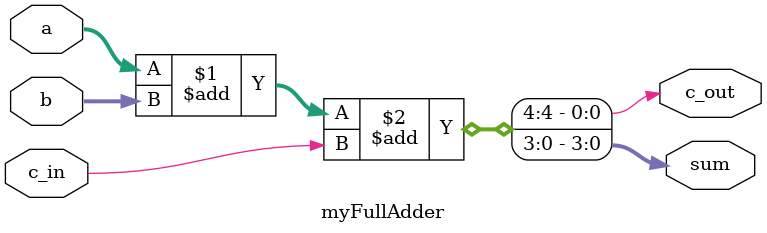
<source format=v>
`timescale 1ns / 1ps
module myFullAdder(  input [3:0] a,  
                  input [3:0] b,  
                  input c_in,  
                  output c_out,  
                  output [3:0] sum);  
   assign {c_out, sum} = a + b + c_in;  
endmodule  
</source>
